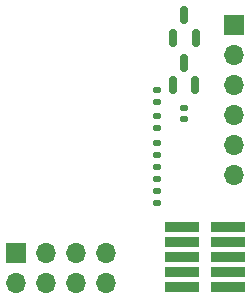
<source format=gbr>
%TF.GenerationSoftware,KiCad,Pcbnew,(6.0.7)*%
%TF.CreationDate,2022-09-08T10:14:31+02:00*%
%TF.ProjectId,esp8266_KiCAD,65737038-3236-4365-9f4b-694341442e6b,rev?*%
%TF.SameCoordinates,Original*%
%TF.FileFunction,Soldermask,Top*%
%TF.FilePolarity,Negative*%
%FSLAX46Y46*%
G04 Gerber Fmt 4.6, Leading zero omitted, Abs format (unit mm)*
G04 Created by KiCad (PCBNEW (6.0.7)) date 2022-09-08 10:14:31*
%MOMM*%
%LPD*%
G01*
G04 APERTURE LIST*
G04 Aperture macros list*
%AMRoundRect*
0 Rectangle with rounded corners*
0 $1 Rounding radius*
0 $2 $3 $4 $5 $6 $7 $8 $9 X,Y pos of 4 corners*
0 Add a 4 corners polygon primitive as box body*
4,1,4,$2,$3,$4,$5,$6,$7,$8,$9,$2,$3,0*
0 Add four circle primitives for the rounded corners*
1,1,$1+$1,$2,$3*
1,1,$1+$1,$4,$5*
1,1,$1+$1,$6,$7*
1,1,$1+$1,$8,$9*
0 Add four rect primitives between the rounded corners*
20,1,$1+$1,$2,$3,$4,$5,0*
20,1,$1+$1,$4,$5,$6,$7,0*
20,1,$1+$1,$6,$7,$8,$9,0*
20,1,$1+$1,$8,$9,$2,$3,0*%
G04 Aperture macros list end*
%ADD10R,3.000000X0.900000*%
%ADD11R,1.700000X1.700000*%
%ADD12O,1.700000X1.700000*%
%ADD13RoundRect,0.135000X0.185000X-0.135000X0.185000X0.135000X-0.185000X0.135000X-0.185000X-0.135000X0*%
%ADD14RoundRect,0.135000X-0.185000X0.135000X-0.185000X-0.135000X0.185000X-0.135000X0.185000X0.135000X0*%
%ADD15RoundRect,0.150000X0.150000X-0.587500X0.150000X0.587500X-0.150000X0.587500X-0.150000X-0.587500X0*%
%ADD16RoundRect,0.140000X0.170000X-0.140000X0.170000X0.140000X-0.170000X0.140000X-0.170000X-0.140000X0*%
G04 APERTURE END LIST*
D10*
%TO.C,J3*%
X91750000Y-53740000D03*
X87850000Y-53740000D03*
X91750000Y-52470000D03*
X87850000Y-52470000D03*
X91750000Y-51200000D03*
X87850000Y-51200000D03*
X91750000Y-49930000D03*
X87850000Y-49930000D03*
X91750000Y-48660000D03*
X87850000Y-48660000D03*
%TD*%
D11*
%TO.C,U2*%
X73775000Y-50840000D03*
D12*
X76315000Y-50840000D03*
X78855000Y-50840000D03*
X81395000Y-50840000D03*
X73775000Y-53380000D03*
X76315000Y-53380000D03*
X78855000Y-53380000D03*
X81395000Y-53380000D03*
%TD*%
D13*
%TO.C,R4*%
X85700000Y-41515000D03*
X85700000Y-42535000D03*
%TD*%
D14*
%TO.C,R3*%
X85675000Y-39265000D03*
X85675000Y-40285000D03*
%TD*%
D13*
%TO.C,R2*%
X85675000Y-37065000D03*
X85675000Y-38085000D03*
%TD*%
D14*
%TO.C,R1*%
X85675000Y-45590000D03*
X85675000Y-46610000D03*
%TD*%
D11*
%TO.C,J1*%
X92225000Y-31575000D03*
D12*
X92225000Y-34115000D03*
X92225000Y-36655000D03*
X92225000Y-39195000D03*
X92225000Y-41735000D03*
X92225000Y-44275000D03*
%TD*%
D15*
%TO.C,D2*%
X87050000Y-36612500D03*
X88950000Y-36612500D03*
X88000000Y-34737500D03*
%TD*%
%TO.C,D1*%
X87075000Y-32612500D03*
X88975000Y-32612500D03*
X88025000Y-30737500D03*
%TD*%
D16*
%TO.C,C2*%
X88025000Y-39530000D03*
X88025000Y-38570000D03*
%TD*%
%TO.C,C1*%
X85700000Y-44555000D03*
X85700000Y-43595000D03*
%TD*%
M02*

</source>
